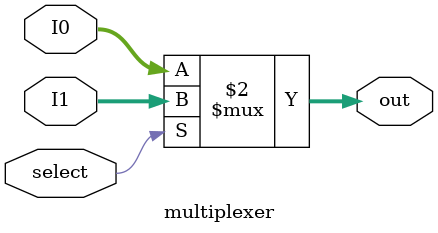
<source format=v>
module multiplexer (input [n - 1 : 0] I0, input [n - 1 : 0] I1, input select, output reg [n - 1 : 0] out);
    parameter n = 16;
    always @ (*) begin
        out = (select) ? I1 : I0;
    end
endmodule

// module multiplexer_tb;
//     reg [15 : 0] I0;
//     reg [15 : 0] I1;
//     reg select;
//     wire [15 : 0] out;

//     multiplexer m (I0, I1, select, out);

//     initial begin
//         $monitor("I0: %b, I1: %b\nselect: %b\nout: %b", I0, I1, select, out);
//         I0 = 16'b0;
//         I1 = 16'hFFFF;
//         select = 0;
//         #5;
//         select = 1;
//         #5;
//         I0 = 16'h5555;
//         select = 0;
//         #5;
//     end

// endmodule
</source>
